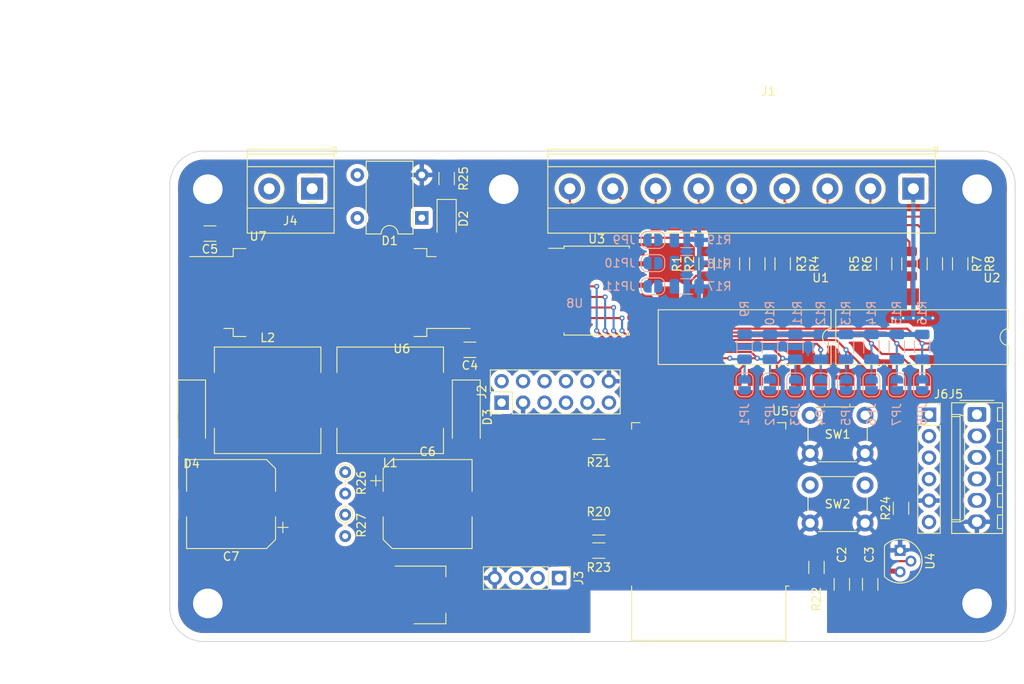
<source format=kicad_pcb>
(kicad_pcb (version 20211014) (generator pcbnew)
  (layers (0 "F.Cu" signal) (31 "B.Cu" signal) (34 "B.Paste" user) (35 "F.Paste" user) (36 "B.SilkS" user "B.Silkscreen") (37 "F.SilkS" user "F.Silkscreen") (38 "B.Mask" user) (39 "F.Mask" user) (44 "Edge.Cuts" user))
  (net 0 "")
  (net 1 "+3V3")
  (net 2 "GND")
  (net 3 "+12V")
  (net 4 "Net-(D1-Pad3)")
  (net 5 "Net-(D1-Pad4)")
  (net 6 "/Power Supply/VIN")
  (net 7 "Net-(D2-Pad1)")
  (net 8 "Net-(D3-Pad1)")
  (net 9 "Net-(D4-Pad1)")
  (net 10 "Net-(J1-Pad1)")
  (net 11 "Net-(J1-Pad2)")
  (net 12 "OUT0")
  (net 13 "OUT1")
  (net 14 "OUT2")
  (net 15 "OUT3")
  (net 16 "OUT4")
  (net 17 "OUT5")
  (net 18 "OUT6")
  (net 19 "OUT7")
  (net 20 "INT")
  (net 21 "SCL")
  (net 22 "SDA")
  (net 23 "+5V")
  (net 24 "RESET")
  (net 25 "TXD0")
  (net 26 "RXD0")
  (net 27 "GPIO0")
  (net 28 "IN0")
  (net 29 "ESP_IN0")
  (net 30 "IN1")
  (net 31 "ESP_IN1")
  (net 32 "IN2")
  (net 33 "ESP_IN2")
  (net 34 "IN3")
  (net 35 "ESP_IN3")
  (net 36 "IN4")
  (net 37 "ESP_IN4")
  (net 38 "IN5")
  (net 39 "ESP_IN5")
  (net 40 "IN6")
  (net 41 "ESP_IN6")
  (net 42 "IN7")
  (net 43 "ESP_IN7")
  (net 44 "Net-(JP9-Pad2)")
  (net 45 "Net-(JP10-Pad2)")
  (net 46 "Net-(JP11-Pad2)")
  (net 47 "Net-(R26-Pad1)")
  (net 48 "Net-(R26-Pad2)")
  (net 60 "Net-(J1-Pad3)")
  (net 61 "Net-(J1-Pad4)")
  (net 62 "Net-(J1-Pad5)")
  (net 63 "Net-(J1-Pad6)")
  (net 64 "Net-(J1-Pad7)")
  (net 65 "Net-(J1-Pad8)")
  (net 66 "Net-(J1-Pad9)")
  (net 67 "Net-(R1-Pad2)")
  (net 68 "Net-(R2-Pad2)")
  (net 69 "Net-(R3-Pad2)")
  (net 70 "Net-(R4-Pad2)")
  (net 71 "Net-(R5-Pad2)")
  (net 72 "Net-(R6-Pad2)")
  (net 73 "Net-(R7-Pad2)")
  (net 74 "Net-(R8-Pad2)")
  (footprint "Resistor_SMD:R_1206_3216Metric" (layer "F.Cu") (at 176.5 136.25 90)
    (fp_text reference "R22")
    (fp_text value "10k")
  )
  (footprint "Resistor_SMD:R_1206_3216Metric" (layer "F.Cu") (at 150.75 122 180)
    (fp_text reference "R21")
    (fp_text value "10k")
  )
  (footprint "Package_DIP:SMDIP-16_W9.53mm" (layer "F.Cu") (at 189 109 -90)
    (fp_text reference "U2")
    (fp_text value "LTV-847S")
  )
  (footprint "Inductor_SMD:L_12x12mm_H8mm" (layer "F.Cu") (at 126.075 116.475 180)
    (fp_text reference "L1")
    (fp_text value "68uH")
  )
  (footprint "Capacitor_SMD:CP_Elec_10x10" (layer "F.Cu") (at 130.5 128.75)
    (fp_text reference "C6")
    (fp_text value "470uF")
  )
  (footprint "Button_Switch_THT:SW_PUSH_6mm" (layer "F.Cu") (at 182.25 122.75 180)
    (fp_text reference "SW1")
    (fp_text value "SW_Push")
  )
  (footprint "Package_DIP:SMDIP-16_W9.53mm" (layer "F.Cu") (at 168 109 -90)
    (fp_text reference "U1")
    (fp_text value "LTV-847S")
  )
  (footprint "Diode_THT:Diode_Bridge_DIP-4_W7.62mm_P5.08mm" (layer "F.Cu") (at 129.81 94.9 180)
    (fp_text reference "D1")
    (fp_text value "DB157")
  )
  (footprint "Resistor_SMD:R_1206_3216Metric" (layer "F.Cu") (at 150.75 134.25)
    (fp_text reference "R23")
    (fp_text value "10k")
  )
  (footprint "Connector_PinSocket_2.54mm:PinSocket_1x06_P2.54mm_Vertical" (layer "F.Cu") (at 189.81 118.175)
    (fp_text reference "J6")
    (fp_text value "ICSP")
  )
  (footprint "esp32-wroom-roover:ESP32-WROOM-32" (layer "F.Cu") (at 163.75 129 180)
    (fp_text reference "U5")
    (fp_text value "ESP32")
  )
  (footprint "Resistor_SMD:R_1206_3216Metric" (layer "F.Cu") (at 169.5 100.33 -90)
    (fp_text reference "R3")
    (fp_text value "1k")
  )
  (footprint "Diode_SMD:D_SMA_Handsoldering" (layer "F.Cu") (at 102.575 118.475 -90)
    (fp_text reference "D4")
    (fp_text value "SS14")
  )
  (footprint "Connector_Molex:Molex_KK-254_AE-6410-06A_1x06_P2.54mm_Vertical" (layer "F.Cu") (at 195.48 118.15 -90)
    (fp_text reference "J5")
    (fp_text value "Conn_01x06")
  )
  (footprint "Capacitor_SMD:C_1206_3216Metric_Pad1.33x1.80mm_HandSolder" (layer "F.Cu") (at 104.75 96.75 180)
    (fp_text reference "C5")
    (fp_text value "100nF")
  )
  (footprint "" (layer "F.Cu") (at 195.5 140.5)
    (fp_text reference "")
    (fp_text value "")
  )
  (footprint "Resistor_THT:R_Axial_DIN0204_L3.6mm_D1.6mm_P2.54mm_Vertical" (layer "F.Cu") (at 120.75 130 -90)
    (fp_text reference "R27")
    (fp_text value "12K")
  )
  (footprint "Package_TO_SOT_SMD:TO-263-5_TabPin3" (layer "F.Cu") (at 127.45 103.725 180)
    (fp_text reference "U6")
    (fp_text value "LM2596S-3.3")
  )
  (footprint "" (layer "F.Cu") (at 139.5 91.5)
    (fp_text reference "")
    (fp_text value "")
  )
  (footprint "Connector_PinHeader_2.54mm:PinHeader_2x06_P2.54mm_Vertical" (layer "F.Cu") (at 139.25 116.75 90)
    (fp_text reference "J2")
    (fp_text value "Conn_02x06_Odd_Even")
  )
  (footprint "Diode_SMD:D_SMA_Handsoldering" (layer "F.Cu") (at 135.075 118.475 -90)
    (fp_text reference "D3")
    (fp_text value "SS14")
  )
  (footprint "Resistor_SMD:R_1206_3216Metric" (layer "F.Cu") (at 166.5 100.33 -90)
    (fp_text reference "R2")
    (fp_text value "1k")
  )
  (footprint "Resistor_THT:R_Axial_DIN0204_L3.6mm_D1.6mm_P2.54mm_Vertical" (layer "F.Cu") (at 120.75 124.97 -90)
    (fp_text reference "R26")
    (fp_text value "5.6K")
  )
  (footprint "Capacitor_SMD:C_1206_3216Metric_Pad1.33x1.80mm_HandSolder" (layer "F.Cu") (at 179.5 138.25 -90)
    (fp_text reference "C2")
    (fp_text value "100nF")
  )
  (footprint "Resistor_SMD:R_1206_3216Metric" (layer "F.Cu") (at 150.75 131.5)
    (fp_text reference "R20")
    (fp_text value "10k")
  )
  (footprint "Resistor_SMD:R_1206_3216Metric" (layer "F.Cu") (at 184.5 100.33 -90)
    (fp_text reference "R5")
    (fp_text value "1k")
  )
  (footprint "" (layer "F.Cu") (at 104.5 91.5)
    (fp_text reference "")
    (fp_text value "")
  )
  (footprint "Package_SO:SOIC-16W_7.5x10.3mm_P1.27mm" (layer "F.Cu") (at 150.5 103.5)
    (fp_text reference "U3")
    (fp_text value "PCF8574")
  )
  (footprint "" (layer "F.Cu") (at 104.5 140.5)
    (fp_text reference "")
    (fp_text value "")
  )
  (footprint "TerminalBlock_Phoenix:TerminalBlock_Phoenix_MKDS-1,5-2-5.08_1x02_P5.08mm_Horizontal" (layer "F.Cu") (at 116.84 91.44 180)
    (fp_text reference "J4")
    (fp_text value "Screw_Terminal_01x02")
  )
  (footprint "Capacitor_SMD:CP_Elec_10x10" (layer "F.Cu") (at 107.25 128.75 180)
    (fp_text reference "C7")
    (fp_text value "470uF")
  )
  (footprint "Resistor_SMD:R_1206_3216Metric" (layer "F.Cu") (at 193.5 100.33 -90)
    (fp_text reference "R8")
    (fp_text value "1k")
  )
  (footprint "Connector_PinHeader_2.54mm:PinHeader_1x04_P2.54mm_Vertical" (layer "F.Cu") (at 146.05 137.5 -90)
    (fp_text reference "J3")
    (fp_text value "Conn_01x04")
  )
  (footprint "Resistor_SMD:R_1206_3216Metric" (layer "F.Cu") (at 132.75 90.25 90)
    (fp_text reference "R25")
    (fp_text value "4K7")
  )
  (footprint "Package_TO_SOT_SMD:SOT-223-3_TabPin2" (layer "F.Cu") (at 130.75 139.5)
    (fp_text reference "U8")
    (fp_text value "AMS1117-5.0")
  )
  (footprint "TerminalBlock_Phoenix:TerminalBlock_Phoenix_MKDS-1,5-9-5.08_1x09_P5.08mm_Horizontal" (layer "F.Cu") (at 187.96 91.44 180)
    (fp_text reference "J1")
    (fp_text value "Screw_Terminal_01x09")
  )
  (footprint "Capacitor_SMD:C_1206_3216Metric_Pad1.33x1.80mm_HandSolder" (layer "F.Cu") (at 135.5 110.5 180)
    (fp_text reference "C4")
    (fp_text value "100nF")
  )
  (footprint "Resistor_SMD:R_1206_3216Metric" (layer "F.Cu") (at 190.5 100.33 -90)
    (fp_text reference "R7")
    (fp_text value "1k")
  )
  (footprint "Package_TO_SOT_THT:TO-92" (layer "F.Cu") (at 186.39 134.23 -90)
    (fp_text reference "U4")
    (fp_text value "DS1233A-10")
  )
  (footprint "LED_SMD:LED_1206_3216Metric" (layer "F.Cu") (at 132.75 95 -90)
    (fp_text reference "D2")
    (fp_text value "LED")
  )
  (footprint "Capacitor_SMD:C_1206_3216Metric_Pad1.33x1.80mm_HandSolder" (layer "F.Cu") (at 182.85 138.25 -90)
    (fp_text reference "C3")
    (fp_text value "1uF")
  )
  (footprint "Resistor_SMD:R_1206_3216Metric" (layer "F.Cu") (at 186.5 129.25 90)
    (fp_text reference "R24")
    (fp_text value "10k")
  )
  (footprint "Resistor_SMD:R_1206_3216Metric" (layer "F.Cu") (at 163.5 100.33 -90)
    (fp_text reference "R1")
    (fp_text value "1k")
  )
  (footprint "Resistor_SMD:R_1206_3216Metric" (layer "F.Cu") (at 172.5 100.33 -90)
    (fp_text reference "R4")
    (fp_text value "1k")
  )
  (footprint "Package_TO_SOT_SMD:TO-263-5_TabPin3" (layer "F.Cu") (at 110.45 103.725)
    (fp_text reference "U7")
    (fp_text value "LM2596S-3.3")
  )
  (footprint "MountingHole:MountingHole_3.5mm_Pad" (layer "F.Cu") (at 195.5 91.5)
    (fp_text reference "REF**" hide)
    (fp_text value "MountingHole_3.5mm_Pad" hide)
  )
  (footprint "Resistor_SMD:R_1206_3216Metric" (layer "F.Cu") (at 187.5 100.33 -90)
    (fp_text reference "R6")
    (fp_text value "1k")
  )
  (footprint "Button_Switch_THT:SW_PUSH_6mm" (layer "F.Cu") (at 182.25 131 180)
    (fp_text reference "SW2")
    (fp_text value "SW_Push")
  )
  (footprint "Inductor_SMD:L_12x12mm_H8mm" (layer "F.Cu") (at 111.575 116.475)
    (fp_text reference "L2")
    (fp_text value "68uH")
  )
  (footprint "Jumper:SolderJumper-2_P1.3mm_Open_RoundedPad1.0x1.5mm" (layer "B.Cu") (at 168 114.65 -90)
    (fp_text reference "JP1")
    (fp_text value "SolderJumper_2_Open")
  )
  (footprint "Resistor_SMD:R_1206_3216Metric" (layer "B.Cu") (at 161.15 97.5)
    (fp_text reference "R19")
    (fp_text value "10k")
  )
  (footprint "Jumper:SolderJumper-2_P1.3mm_Open_RoundedPad1.0x1.5mm" (layer "B.Cu") (at 157.15 103)
    (fp_text reference "JP11")
    (fp_text value "SolderJumper_2_Open")
  )
  (footprint "Resistor_SMD:R_1206_3216Metric" (layer "B.Cu") (at 174 110.15 -90)
    (fp_text reference "R11")
    (fp_text value "10k")
  )
  (footprint "Jumper:SolderJumper-2_P1.3mm_Open_RoundedPad1.0x1.5mm" (layer "B.Cu") (at 189 114.65 -90)
    (fp_text reference "JP8")
    (fp_text value "SolderJumper_2_Open")
  )
  (footprint "Jumper:SolderJumper-2_P1.3mm_Open_RoundedPad1.0x1.5mm" (layer "B.Cu") (at 177 114.65 -90)
    (fp_text reference "JP4")
    (fp_text value "SolderJumper_2_Open")
  )
  (footprint "Resistor_SMD:R_1206_3216Metric" (layer "B.Cu") (at 180 110.15 -90)
    (fp_text reference "R13")
    (fp_text value "10k")
  )
  (footprint "Jumper:SolderJumper-2_P1.3mm_Open_RoundedPad1.0x1.5mm" (layer "B.Cu") (at 183 114.65 -90)
    (fp_text reference "JP6")
    (fp_text value "SolderJumper_2_Open")
  )
  (footprint "Resistor_SMD:R_1206_3216Metric" (layer "B.Cu") (at 189 110.15 -90)
    (fp_text reference "R16")
    (fp_text value "10k")
  )
  (footprint "Jumper:SolderJumper-2_P1.3mm_Open_RoundedPad1.0x1.5mm" (layer "B.Cu") (at 174 114.65 -90)
    (fp_text reference "JP3")
    (fp_text value "SolderJumper_2_Open")
  )
  (footprint "Resistor_SMD:R_1206_3216Metric" (layer "B.Cu") (at 171 110.15 -90)
    (fp_text reference "R10")
    (fp_text value "10k")
  )
  (footprint "Resistor_SMD:R_1206_3216Metric" (layer "B.Cu") (at 168 110.15 -90)
    (fp_text reference "R9")
    (fp_text value "10k")
  )
  (footprint "Jumper:SolderJumper-2_P1.3mm_Open_RoundedPad1.0x1.5mm" (layer "B.Cu") (at 157.15 97.5)
    (fp_text reference "JP9")
    (fp_text value "SolderJumper_2_Open")
  )
  (footprint "Jumper:SolderJumper-2_P1.3mm_Open_RoundedPad1.0x1.5mm" (layer "B.Cu") (at 157.15 100.25)
    (fp_text reference "JP10")
    (fp_text value "SolderJumper_2_Open")
  )
  (footprint "Jumper:SolderJumper-2_P1.3mm_Open_RoundedPad1.0x1.5mm" (layer "B.Cu") (at 180 114.65 -90)
    (fp_text reference "JP5")
    (fp_text value "SolderJumper_2_Open")
  )
  (footprint "Jumper:SolderJumper-2_P1.3mm_Open_RoundedPad1.0x1.5mm" (layer "B.Cu") (at 186 114.65 -90)
    (fp_text reference "JP7")
    (fp_text value "SolderJumper_2_Open")
  )
  (footprint "Resistor_SMD:R_1206_3216Metric" (layer "B.Cu") (at 177 110.15 -90)
    (fp_text reference "R12")
    (fp_text value "10k")
  )
  (footprint "Resistor_SMD:R_1206_3216Metric" (layer "B.Cu") (at 161.15 103)
    (fp_text reference "R17")
    (fp_text value "10k")
  )
  (footprint "Jumper:SolderJumper-2_P1.3mm_Open_RoundedPad1.0x1.5mm" (layer "B.Cu") (at 171 114.65 -90)
    (fp_text reference "JP2")
    (fp_text value "SolderJumper_2_Open")
  )
  (footprint "Resistor_SMD:R_1206_3216Metric" (layer "B.Cu") (at 161.15 100.25)
    (fp_text reference "R18")
    (fp_text value "10k")
  )
  (footprint "Resistor_SMD:R_1206_3216Metric" (layer "B.Cu") (at 183 110.15 -90)
    (fp_text reference "R14")
    (fp_text value "10k")
  )
  (footprint "Resistor_SMD:R_1206_3216Metric" (layer "B.Cu") (at 186 110.15 -90)
    (fp_text reference "R15")
    (fp_text value "10k")
  )
  (gr_line locked (start 104 87) (end 196 87) (layer "Edge.Cuts") (width 0.1))
  (gr_arc (start 104 145) (mid 101.171573 143.828427) (end 100 141) (layer "Edge.Cuts") (width 0.1))
  (gr_arc (start 196 87) (mid 198.828427 88.171573) (end 200 91) (layer "Edge.Cuts") (width 0.1))
  (gr_line (start 196 145) (end 104 145) (layer "Edge.Cuts") (width 0.1))
  (gr_line (start 200 141) (end 200 91) (layer "Edge.Cuts") (width 0.1))
  (gr_line (start 100 141) (end 100 91) (layer "Edge.Cuts") (width 0.1))
  (gr_arc locked (start 100 91) (mid 101.171573 88.171573) (end 104 87) (layer "Edge.Cuts") (width 0.1))
  (gr_arc (start 200 141) (mid 198.828427 143.828427) (end 196 145) (layer "Edge.Cuts") (width 0.1))
  (segment (start 172.25 135.985) (end 175.735 135.985) (width 0.6) (layer "F.Cu") (net 1))
  (segment (start 176.5 136.75) (end 176.4375 136.6875) (width 0.6) (layer "F.Cu") (net 1))
  (segment (start 176.4375 136.6875) (end 179.5 136.6875) (width 0.6) (layer "F.Cu") (net 1))
  (segment (start 186.3075 136.6875) (end 186.39 136.77) (width 0.6) (layer "F.Cu") (net 1))
  (segment (start 176.5 137.7125) (end 176.5 136.75) (width 0.6) (layer "F.Cu") (net 1))
  (segment (start 182.85 136.6875) (end 186.3075 136.6875) (width 0.6) (layer "F.Cu") (net 1))
  (segment (start 175.735 135.985) (end 176.4375 136.6875) (width 0.6) (layer "F.Cu") (net 1))
  (segment (start 179.5 136.6875) (end 182.85 136.6875) (width 0.6) (layer "F.Cu") (net 1))
  (segment (start 189 108.6875) (end 168 108.6875) (width 0.6) (layer "B.Cu") (net 1))
  (via (at 185.5 106.75) (size 0.6) (drill 0.3) (layers "F.Cu" "B.Cu") (net 10))
  (via (at 187.96 106.75) (size 0.6) (drill 0.3) (layers "F.Cu" "B.Cu") (net 10))
  (via (at 189 106.75) (size 0.6) (drill 0.3) (layers "F.Cu" "B.Cu") (net 10))
  (via (at 186.75 106.75) (size 0.6) (drill 0.3) (layers "F.Cu" "B.Cu") (net 10))
  (via (at 190.25 106.75) (size 0.6) (drill 0.3) (layers "F.Cu" "B.Cu") (net 10))
  (segment (start 189 106.75) (end 190.25 106.75) (width 0.5) (layer "B.Cu") (net 10))
  (segment (start 187.96 91.44) (end 187.96 106.75) (width 0.5) (layer "B.Cu") (net 10))
  (segment (start 187.96 106.75) (end 186.75 106.75) (width 0.5) (layer "B.Cu") (net 10))
  (segment (start 186.75 106.75) (end 185.5 106.75) (width 0.5) (layer "B.Cu") (net 10))
  (segment (start 187.96 106.75) (end 189 106.75) (width 0.5) (layer "B.Cu") (net 10))
  (segment (start 190.5 94.75) (end 184.25 94.75) (width 0.25) (layer "F.Cu") (net 11))
  (segment (start 193.5 98.8675) (end 193.5 97.75) (width 0.25) (layer "F.Cu") (net 11))
  (segment (start 182.88 93.38) (end 182.88 91.44) (width 0.25) (layer "F.Cu") (net 11))
  (segment (start 193.5 97.75) (end 190.5 94.75) (width 0.25) (layer "F.Cu") (net 11))
  (segment (start 184.25 94.75) (end 182.88 93.38) (width 0.25) (layer "F.Cu") (net 11))
  (segment (start 187.66 135.5) (end 184.75 135.5) (width 0.25) (layer "F.Cu") (net 24))
  (segment (start 184.75 135.5) (end 183.965 134.715) (width 0.25) (layer "F.Cu") (net 24))
  (segment (start 183.965 134.715) (end 172.25 134.715) (width 0.25) (layer "F.Cu") (net 24))
  (segment (start 145.85 102.865) (end 145.985 103) (width 0.25) (layer "F.Cu") (net 28))
  (segment (start 161.65 111.5) (end 161.65 113.765) (width 0.25) (layer "F.Cu") (net 28))
  (segment (start 166.25 111.5) (end 161.65 111.5) (width 0.25) (layer "F.Cu") (net 28))
  (segment (start 153.44952 111.19952) (end 150.5 108.25) (width 0.25) (layer "F.Cu") (net 28))
  (segment (start 161.65 113.765) (end 161.65 111.38738) (width 0.25) (layer "F.Cu") (net 28))
  (segment (start 145.985 103) (end 150.5 103) (width 0.25) (layer "F.Cu") (net 28))
  (segment (start 161.65 111.38738) (end 161.46214 111.19952) (width 0.25) (layer "F.Cu") (net 28))
  (segment (start 161.46214 111.19952) (end 153.44952 111.19952) (width 0.25) (layer "F.Cu") (net 28))
  (via (at 150.5 108.25) (size 0.6) (drill 0.3) (layers "F.Cu" "B.Cu") (net 28))
  (via (at 166.25 111.5) (size 0.6) (drill 0.3) (layers "F.Cu" "B.Cu") (net 28))
  (via (at 150.5 103) (size 0.6) (drill 0.3) (layers "F.Cu" "B.Cu") (net 28))
  (segment (start 166.3625 111.6125) (end 168 111.6125) (width 0.25) (layer "B.Cu") (net 28))
  (segment (start 150.5 108.25) (end 150.5 103) (width 0.25) (layer "B.Cu") (net 28))
  (segment (start 166.25 111.5) (end 166.3625 111.6125) (width 0.25) (layer "B.Cu") (net 28))
  (segment (start 168 114) (end 168 111.6125) (width 0.25) (layer "B.Cu") (net 28))
  (segment (start 168.75 111.5) (end 166.73 113.52) (width 0.25) (layer "F.Cu") (net 30))
  (segment (start 166.73 113.52) (end 166.73 113.765) (width 0.25) (layer "F.Cu") (net 30))
  (segment (start 154 110.75) (end 168.75 110.75) (width 0.25) (layer "F.Cu") (net 30))
  (segment (start 168.75 110.75) (end 169.5 111.5) (width 0.25) (layer "F.Cu") (net 30))
  (segment (start 145.85 104.135) (end 145.965 104.25) (width 0.25) (layer "F.Cu") (net 30))
  (segment (start 151.5 108.25) (end 154 110.75) (width 0.25) (layer "F.Cu") (net 30))
  (segment (start 145.965 104.25) (end 151.5 104.25) (width 0.25) (layer "F.Cu") (net 30))
  (segment (start 169.5 111.5) (end 168.75 111.5) (width 0.25) (layer "F.Cu") (net 30))
  (via (at 151.5 104.25) (size 0.6) (drill 0.3) (layers "F.Cu" "B.Cu") (net 30))
  (via (at 151.5 108.25) (size 0.6) (drill 0.3) (layers "F.Cu" "B.Cu") (net 30))
  (via (at 169.5 111.5) (size 0.6) (drill 0.3) (layers "F.Cu" "B.Cu") (net 30))
  (segment (start 151.5 108.25) (end 151.5 104.25) (width 0.25) (layer "B.Cu") (net 30))
  (segment (start 169.6125 111.6125) (end 171 111.6125) (width 0.25) (layer "B.Cu") (net 30))
  (segment (start 169.5 111.5) (end 169.6125 111.6125) (width 0.25) (layer "B.Cu") (net 30))
  (segment (start 171 114) (end 171 111.6125) (width 0.25) (layer "B.Cu") (net 30))
  (segment (start 172.5 111.5) (end 171.81 112.19) (width 0.25) (layer "F.Cu") (net 32))
  (segment (start 145.945 105.5) (end 145.85 105.405) (width 0.25) (layer "F.Cu") (net 32))
  (segment (start 171.25 110.25) (end 154.5 110.25) (width 0.25) (layer "F.Cu") (net 32))
  (segment (start 171.81 112.19) (end 171.81 113.765) (width 0.25) (layer "F.Cu") (net 32))
  (segment (start 152.5 105.5) (end 145.945 105.5) (width 0.25) (layer "F.Cu") (net 32))
  (segment (start 172.5 111.5) (end 171.25 110.25) (width 0.25) (layer "F.Cu") (net 32))
  (segment (start 154.5 110.25) (end 152.5 108.25) (width 0.25) (layer "F.Cu") (net 32))
  (via (at 152.5 105.5) (size 0.6) (drill 0.3) (layers "F.Cu" "B.Cu") (net 32))
  (via (at 152.5 108.25) (size 0.6) (drill 0.3) (layers "F.Cu" "B.Cu") (net 32))
  (via (at 172.5 111.5) (size 0.6) (drill 0.3) (layers "F.Cu" "B.Cu") (net 32))
  (segment (start 174 114) (end 174 111.6125) (width 0.25) (layer "B.Cu") (net 32))
  (segment (start 172.5 111.5) (end 172.6125 111.6125) (width 0.25) (layer "B.Cu") (net 32))
  (segment (start 172.6125 111.6125) (end 174 111.6125) (width 0.25) (layer "B.Cu") (net 32))
  (segment (start 152.5 108.25) (end 152.5 105.5) (width 0.25) (layer "B.Cu") (net 32))
  (segment (start 177 113.655) (end 176.89 113.765) (width 0.25) (layer "F.Cu") (net 34))
  (segment (start 153.5 108.25) (end 155.04808 109.79808) (width 0.25) (layer "F.Cu") (net 34))
  (segment (start 176.54808 109.79808) (end 177 110.25) (width 0.25) (layer "F.Cu") (net 34))
  (segment (start 177 110.5) (end 177 113.655) (width 0.25) (layer "F.Cu") (net 34))
  (segment (start 155.04808 109.79808) (end 176.54808 109.79808) (width 0.25) (layer "F.Cu") (net 34))
  (segment (start 145.85 106.675) (end 145.925 106.75) (width 0.25) (layer "F.Cu") (net 34))
  (segment (start 145.925 106.75) (end 153.5 106.75) (width 0.25) (layer "F.Cu") (net 34))
  (segment (start 177 110.25) (end 177 110.5) (width 0.25) (layer "F.Cu") (net 34))
  (via (at 153.5 108.25) (size 0.6) (drill 0.3) (layers "F.Cu" "B.Cu") (net 34))
  (via (at 177 110.5) (size 0.6) (drill 0.3) (layers "F.Cu" "B.Cu") (net 34))
  (via (at 153.5 106.75) (size 0.6) (drill 0.3) (layers "F.Cu" "B.Cu") (net 34))
  (segment (start 153.5 108.25) (end 153.5 106.75) (width 0.25) (layer "B.Cu") (net 34))
  (segment (start 177 114) (end 177 111.6125) (width 0.25) (layer "B.Cu") (net 34))
  (segment (start 177 110.5) (end 177 111.6125) (width 0.25) (layer "B.Cu") (net 34))
  (segment (start 180 110.5) (end 182.65 113.15) (width 0.25) (layer "F.Cu") (net 36))
  (segment (start 182.65 113.15) (end 182.65 113.765) (width 0.25) (layer "F.Cu") (net 36))
  (segment (start 180 110.5) (end 178.84856 109.34856) (width 0.25) (layer "F.Cu") (net 36))
  (segment (start 156.695 107.945) (end 155.15 107.945) (width 0.25) (layer "F.Cu") (net 36))
  (segment (start 178.84856 109.34856) (end 158.09856 109.34856) (width 0.25) (layer "F.Cu") (net 36))
  (segment (start 158.09856 109.34856) (end 156.695 107.945) (width 0.25) (layer "F.Cu") (net 36))
  (via (at 180 110.5) (size 0.6) (drill 0.3) (layers "F.Cu" "B.Cu") (net 36))
  (segment (start 180 114) (end 180 111.6125) (width 0.25) (layer "B.Cu") (net 36))
  (segment (start 180 110.5) (end 180 111.6125) (width 0.25) (layer "B.Cu") (net 36))
  (segment (start 187.73 112.48) (end 186.25 111) (width 0.25) (layer "F.Cu") (net 38))
  (segment (start 156.153564 106.675) (end 155.15 106.675) (width 0.25) (layer "F.Cu") (net 38))
  (segment (start 158.377604 108.89904) (end 156.153564 106.675) (width 0.25) (layer "F.Cu") (net 38))
  (segment (start 183 109.75) (end 182.14904 108.89904) (width 0.25) (layer "F.Cu") (net 38))
  (segment (start 186.25 111) (end 184.25 111) (width 0.25) (layer "F.Cu") (net 38))
  (segment (start 187.73 113.765) (end 187.73 112.48) (width 0.25) (layer "F.Cu") (net 38))
  (segment (start 184.25 111) (end 183 109.75) (width 0.25) (layer "F.Cu") (net 38))
  (segment (start 182.14904 108.89904) (end 158.377604 108.89904) (width 0.25) (layer "F.Cu") (net 38))
  (via (at 183 109.75) (size 0.6) (drill 0.3) (layers "F.Cu" "B.Cu") (net 38))
  (segment (start 183 109.75) (end 183 111.6125) (width 0.25) (layer "B.Cu") (net 38))
  (segment (start 183 114) (end 183 111.6125) (width 0.25) (layer "B.Cu") (net 38))
  (segment (start 156.155 105.405) (end 156.80048 106.05048) (width 0.25) (layer "F.Cu") (net 40))
  (segment (start 184.69952 108.44952) (end 186 109.75) (width 0.25) (layer "F.Cu") (net 40))
  (segment (start 158.563802 108.44952) (end 184.69952 108.44952) (width 0.25) (layer "F.Cu") (net 40))
  (segment (start 186.75 110.5) (end 186 109.75) (width 0.25) (layer "F.Cu") (net 40))
  (segment (start 192.81 112.31) (end 191 110.5) (width 0.25) (layer "F.Cu") (net 40))
  (segment (start 192.81 113.765) (end 192.81 112.31) (width 0.25) (layer "F.Cu") (net 40))
  (segment (start 155.15 105.405) (end 156.155 105.405) (width 0.25) (layer "F.Cu") (net 40))
  (segment (start 156.80048 106.05048) (end 156.80048 106.686198) (width 0.25) (layer "F.Cu") (net 40))
  (segment (start 156.80048 106.686198) (end 158.563802 108.44952) (width 0.25) (layer "F.Cu") (net 40))
  (segment (start 191 110.5) (end 186.75 110.5) (width 0.25) (layer "F.Cu") (net 40))
  (via (at 186 109.75) (size 0.6) (drill 0.3) (layers "F.Cu" "B.Cu") (net 40))
  (segment (start 186 109.75) (end 186 111.6125) (width 0.25) (layer "B.Cu") (net 40))
  (segment (start 186 114) (end 186 111.6125) (width 0.25) (layer "B.Cu") (net 40))
  (segment (start 157.25 104.5) (end 156.885 104.135) (width 0.25) (layer "F.Cu") (net 42))
  (segment (start 189 109.75) (end 187.25 108) (width 0.25) (layer "F.Cu") (net 42))
  (segment (start 195.75 109.75) (end 189 109.75) (width 0.25) (layer "F.Cu") (net 42))
  (segment (start 187.25 108) (end 158.75 108) (width 0.25) (layer "F.Cu") (net 42))
  (segment (start 197.89 111.89) (end 195.75 109.75) (width 0.25) (layer "F.Cu") (net 42))
  (segment (start 197.89 113.765) (end 197.89 111.89) (width 0.25) (layer "F.Cu") (net 42))
  (segment (start 156.885 104.135) (end 155.15 104.135) (width 0.25) (layer "F.Cu") (net 42))
  (segment (start 157.25 106.5) (end 157.25 104.5) (width 0.25) (layer "F.Cu") (net 42))
  (segment (start 158.75 108) (end 157.25 106.5) (width 0.25) (layer "F.Cu") (net 42))
  (via (at 189 109.75) (size 0.6) (drill 0.3) (layers "F.Cu" "B.Cu") (net 42))
  (segment (start 189 114) (end 189 111.6125) (width 0.25) (layer "B.Cu") (net 42))
  (segment (start 189 109.75) (end 189 111.6125) (width 0.25) (layer "B.Cu") (net 42))
  (segment (start 188.5 95.75) (end 180 95.75) (width 0.25) (layer "F.Cu") (net 60))
  (segment (start 177.8 93.55) (end 177.8 91.44) (width 0.25) (layer "F.Cu") (net 60))
  (segment (start 190.5 97.75) (end 188.5 95.75) (width 0.25) (layer "F.Cu") (net 60))
  (segment (start 190.5 98.8675) (end 190.5 97.75) (width 0.25) (layer "F.Cu") (net 60))
  (segment (start 180 95.75) (end 177.8 93.55) (width 0.25) (layer "F.Cu") (net 60))
  (segment (start 187.5 98.8675) (end 187.5 97.75) (width 0.25) (layer "F.Cu") (net 61))
  (segment (start 176.5 96.75) (end 172.72 92.97) (width 0.25) (layer "F.Cu") (net 61))
  (segment (start 187.5 97.75) (end 186.5 96.75) (width 0.25) (layer "F.Cu") (net 61))
  (segment (start 172.72 92.97) (end 172.72 91.44) (width 0.25) (layer "F.Cu") (net 61))
  (segment (start 186.5 96.75) (end 176.5 96.75) (width 0.25) (layer "F.Cu") (net 61))
  (segment (start 184.5 98.25) (end 184 97.75) (width 0.25) (layer "F.Cu") (net 62))
  (segment (start 176 97.75) (end 172.5 94.25) (width 0.25) (layer "F.Cu") (net 62))
  (segment (start 172.5 94.25) (end 169 94.25) (width 0.25) (layer "F.Cu") (net 62))
  (segment (start 169 94.25) (end 167.64 92.89) (width 0.25) (layer "F.Cu") (net 62))
  (segment (start 184 97.75) (end 176 97.75) (width 0.25) (layer "F.Cu") (net 62))
  (segment (start 167.64 92.89) (end 167.64 91.44) (width 0.25) (layer "F.Cu") (net 62))
  (segment (start 184.5 98.8675) (end 184.5 98.25) (width 0.25) (layer "F.Cu") (net 62))
  (segment (start 172.5 96) (end 171.75 95.25) (width 0.25) (layer "F.Cu") (net 63))
  (segment (start 172.5 98.8675) (end 172.5 96) (width 0.25) (layer "F.Cu") (net 63))
  (segment (start 168 95.25) (end 167 94.25) (width 0.25) (layer "F.Cu") (net 63))
  (segment (start 171.75 95.25) (end 168 95.25) (width 0.25) (layer "F.Cu") (net 63))
  (segment (start 167 94.25) (end 163.75 94.25) (width 0.25) (layer "F.Cu") (net 63))
  (segment (start 162.56 93.06) (end 162.56 91.44) (width 0.25) (layer "F.Cu") (net 63))
  (segment (start 163.75 94.25) (end 162.56 93.06) (width 0.25) (layer "F.Cu") (net 63))
  (segment (start 159.5 95.25) (end 157.48 93.23) (width 0.25) (layer "F.Cu") (net 64))
  (segment (start 168.75 96.25) (end 167.25 96.25) (width 0.25) (layer "F.Cu") (net 64))
  (segment (start 166.25 95.25) (end 159.5 95.25) (width 0.25) (layer "F.Cu") (net 64))
  (segment (start 167.25 96.25) (end 166.25 95.25) (width 0.25) (layer "F.Cu") (net 64))
  (segment (start 169.5 98.8675) (end 169.5 97) (width 0.25) (layer "F.Cu") (net 64))
  (segment (start 157.48 93.23) (end 157.48 91.44) (width 0.25) (layer "F.Cu") (net 64))
  (segment (start 169.5 97) (end 168.75 96.25) (width 0.25) (layer "F.Cu") (net 64))
  (segment (start 166.5 97.25) (end 165.5 96.25) (width 0.25) (layer "F.Cu") (net 65))
  (segment (start 166.5 98.8675) (end 166.5 97.25) (width 0.25) (layer "F.Cu") (net 65))
  (segment (start 165.5 96.25) (end 157 96.25) (width 0.25) (layer "F.Cu") (net 65))
  (segment (start 152.4 91.65) (end 152.4 91.44) (width 0.25) (layer "F.Cu") (net 65))
  (segment (start 157 96.25) (end 152.4 91.65) (width 0.25) (layer "F.Cu") (net 65))
  (segment (start 151.25 93.5) (end 147.75 93.5) (width 0.25) (layer "F.Cu") (net 66))
  (segment (start 147.75 93.5) (end 147.32 93.07) (width 0.25) (layer "F.Cu") (net 66))
  (segment (start 161.8825 97.25) (end 155 97.25) (width 0.25) (layer "F.Cu") (net 66))
  (segment (start 147.32 93.07) (end 147.32 91.44) (width 0.25) (layer "F.Cu") (net 66))
  (segment (start 155 97.25) (end 151.25 93.5) (width 0.25) (layer "F.Cu") (net 66))
  (segment (start 163.5 98.8675) (end 161.8825 97.25) (width 0.25) (layer "F.Cu") (net 66))
  (segment (start 163.4575 101.75) (end 163.5 101.7925) (width 0.25) (layer "F.Cu") (net 67))
  (segment (start 162.25 101.75) (end 163.4575 101.75) (width 0.25) (layer "F.Cu") (net 67))
  (segment (start 161.65 104.235) (end 161.65 102.35) (width 0.25) (layer "F.Cu") (net 67))
  (segment (start 161.65 102.35) (end 162.25 101.75) (width 0.25) (layer "F.Cu") (net 67))
  (segment (start 166.73 102.0225) (end 166.5 101.7925) (width 0.25) (layer "F.Cu") (net 68))
  (segment (start 166.73 104.235) (end 166.73 102.0225) (width 0.25) (layer "F.Cu") (net 68))
  (segment (start 170.27125 101.7925) (end 169.5 101.7925) (width 0.25) (layer "F.Cu") (net 69))
  (segment (start 171.81 103.33125) (end 170.27125 101.7925) (width 0.25) (layer "F.Cu") (net 69))
  (segment (start 171.81 104.235) (end 171.81 103.33125) (width 0.25) (layer "F.Cu") (net 69))
  (segment (start 176.89 102.64) (end 176.0425 101.7925) (width 0.25) (layer "F.Cu") (net 70))
  (segment (start 176.0425 101.7925) (end 172.5 101.7925) (width 0.25) (layer "F.Cu") (net 70))
  (segment (start 176.89 104.235) (end 176.89 102.64) (width 0.25) (layer "F.Cu") (net 70))
  (segment (start 182.65 103.6425) (end 184.5 101.7925) (width 0.25) (layer "F.Cu") (net 71))
  (segment (start 182.65 104.235) (end 182.65 103.6425) (width 0.25) (layer "F.Cu") (net 71))
  (segment (start 187.73 102.0225) (end 187.73 104.235) (width 0.25) (layer "F.Cu") (net 72))
  (segment (start 187.5 101.7925) (end 187.73 102.0225) (width 0.25) (layer "F.Cu") (net 72))
  (segment (start 190.5 101.7925) (end 190.5 101.925) (width 0.25) (layer "F.Cu") (net 73))
  (segment (start 190.5 101.925) (end 192.81 104.235) (width 0.25) (layer "F.Cu") (net 73))
  (segment (start 195.4475 101.7925) (end 197.89 104.235) (width 0.25) (layer "F.Cu") (net 74))
  (segment (start 193.5 101.7925) (end 195.4475 101.7925) (width 0.25) (layer "F.Cu") (net 74))
  (zone (net 10) (net_name "Net-(J1-Pad1)") (layer "F.Cu") (name "OPTOGND") (priority 1) (connect_pads yes (clearance 0.508)) (min_thickness 0.254) (fill yes (thermal_gap 0.508) (thermal_bridge_width 0.508))
    (polygon (pts (xy 199 107.75) (xy 157.5 107.75) (xy 157.5 103) (xy 199 103)))
  )
  (zone (net 2) (net_name "GND") (layers F&B.Cu) (name "GNDP") (connect_pads (clearance 0.508)) (min_thickness 0.254) (fill yes (thermal_gap 0.508) (thermal_bridge_width 0.508) (smoothing fillet) (radius 2))
    (polygon (pts (xy 201 146) (xy 99 146) (xy 99 86) (xy 201 86)))
  )
)
</source>
